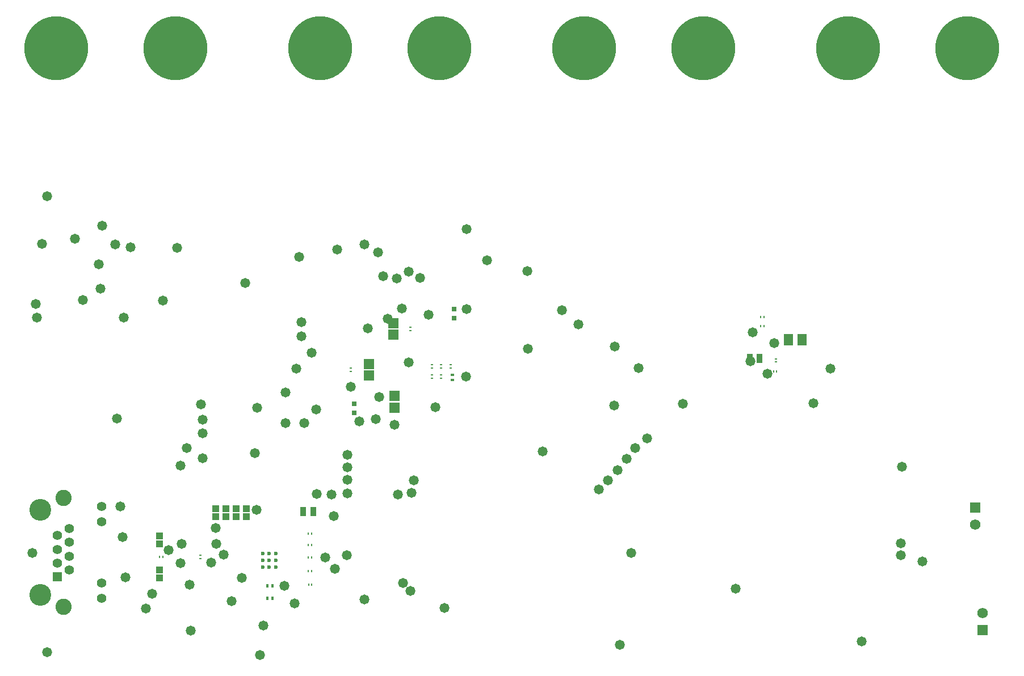
<source format=gbs>
G04*
G04 #@! TF.GenerationSoftware,Altium Limited,Altium Designer,24.1.2 (44)*
G04*
G04 Layer_Color=16711935*
%FSLAX44Y44*%
%MOMM*%
G71*
G04*
G04 #@! TF.SameCoordinates,0A8073CA-4D69-4BD4-B8E1-8B9189CEBFBB*
G04*
G04*
G04 #@! TF.FilePolarity,Negative*
G04*
G01*
G75*
%ADD23R,0.2500X0.3000*%
%ADD35R,0.3000X0.2500*%
%ADD44R,0.4000X0.5000*%
%ADD57R,1.1032X1.0032*%
%ADD66R,1.4032X1.6532*%
%ADD72C,1.5700*%
%ADD73R,1.5700X1.5700*%
%ADD74C,9.5500*%
%ADD75C,1.3900*%
%ADD76R,1.3900X1.3900*%
%ADD77C,2.4200*%
%ADD78C,3.2500*%
%ADD79C,1.4732*%
%ADD80C,0.6000*%
%ADD83R,1.5562X1.5781*%
%ADD84R,0.7000X0.6500*%
%ADD85R,0.5000X0.4000*%
%ADD86R,0.9500X1.3500*%
D23*
X732625Y401320D02*
D03*
X727875D02*
D03*
X732460Y441960D02*
D03*
X727710D02*
D03*
X732460Y461010D02*
D03*
X727710D02*
D03*
X732460Y477520D02*
D03*
X727710D02*
D03*
X732460Y421640D02*
D03*
X727710D02*
D03*
X505625Y443230D02*
D03*
X510375D02*
D03*
X1402410Y801370D02*
D03*
X1407160D02*
D03*
X1402410Y787400D02*
D03*
X1407160D02*
D03*
X1426210Y720090D02*
D03*
X1421460D02*
D03*
D35*
X880110Y785965D02*
D03*
Y781215D02*
D03*
X791210Y720255D02*
D03*
Y725005D02*
D03*
X939800Y725500D02*
D03*
Y730250D02*
D03*
X925830Y725335D02*
D03*
Y730085D02*
D03*
X911860Y725335D02*
D03*
Y730085D02*
D03*
Y714680D02*
D03*
Y709930D02*
D03*
X925830Y715010D02*
D03*
Y710260D02*
D03*
X566420Y445605D02*
D03*
Y440855D02*
D03*
X1424940Y738810D02*
D03*
Y734060D02*
D03*
D44*
X674370Y381000D02*
D03*
X666370D02*
D03*
X674370Y400050D02*
D03*
X666370D02*
D03*
D57*
X635000Y515270D02*
D03*
Y503270D02*
D03*
X619760Y514920D02*
D03*
Y502920D02*
D03*
X604520Y514920D02*
D03*
Y502920D02*
D03*
X589280Y514920D02*
D03*
Y502920D02*
D03*
X505460Y474630D02*
D03*
Y462630D02*
D03*
Y411480D02*
D03*
Y423480D02*
D03*
D66*
X1443990Y767080D02*
D03*
X1463990D02*
D03*
D72*
X1733550Y359410D02*
D03*
X1722120Y491490D02*
D03*
D73*
X1733550Y334010D02*
D03*
X1722120Y516890D02*
D03*
D74*
X923290Y1202690D02*
D03*
X1710690D02*
D03*
X1532890D02*
D03*
X1316990D02*
D03*
X1139190D02*
D03*
X745490D02*
D03*
X529590D02*
D03*
X351790D02*
D03*
D75*
X419450Y403880D02*
D03*
Y380980D02*
D03*
Y495280D02*
D03*
Y518180D02*
D03*
X353450Y474980D02*
D03*
Y454580D02*
D03*
Y434180D02*
D03*
X371250Y485180D02*
D03*
Y464780D02*
D03*
Y444380D02*
D03*
Y423980D02*
D03*
D76*
X353450Y413780D02*
D03*
D77*
X362350Y368280D02*
D03*
Y530880D02*
D03*
D78*
X328050Y386080D02*
D03*
Y513080D02*
D03*
D79*
X628650Y411484D02*
D03*
X537210Y433999D02*
D03*
X612812Y377427D02*
D03*
X550176Y401320D02*
D03*
X538480Y462280D02*
D03*
X519430Y453390D02*
D03*
X601326Y446386D02*
D03*
X590550Y462280D02*
D03*
X582930Y434340D02*
D03*
X494438Y387994D02*
D03*
X753110Y441960D02*
D03*
X732790Y748030D02*
D03*
X867260Y814070D02*
D03*
X845820Y798830D02*
D03*
X811530Y379304D02*
D03*
X655320Y296754D02*
D03*
X316230Y449154D02*
D03*
X337820Y300564D02*
D03*
X441960Y649814D02*
D03*
X828040Y648544D02*
D03*
X833120Y681564D02*
D03*
X916940Y666324D02*
D03*
X816610Y784434D02*
D03*
X906780Y804754D02*
D03*
X877570Y733634D02*
D03*
X713740Y891114D02*
D03*
X994410Y886034D02*
D03*
X1055370Y753954D02*
D03*
X1076960Y600284D02*
D03*
X930910Y366604D02*
D03*
X1192530Y311994D02*
D03*
X1209040Y449154D02*
D03*
X1365250Y395814D02*
D03*
X1553210Y317074D02*
D03*
X1643380Y436454D02*
D03*
X1612900Y577424D02*
D03*
X1386840Y734904D02*
D03*
X1480820Y672674D02*
D03*
X1412240Y716280D02*
D03*
X803270Y645780D02*
D03*
X739140Y662940D02*
D03*
X552450Y332740D02*
D03*
X485140Y365760D02*
D03*
X660400Y340360D02*
D03*
X420370Y937260D02*
D03*
X439420Y909320D02*
D03*
X415290Y880110D02*
D03*
X510540Y825500D02*
D03*
X337820Y981710D02*
D03*
X330200Y910590D02*
D03*
X633730Y852170D02*
D03*
X462280Y905510D02*
D03*
X532130Y904240D02*
D03*
X417830Y843280D02*
D03*
X391160Y826770D02*
D03*
X321310Y820420D02*
D03*
X1054100Y869950D02*
D03*
X963930Y932180D02*
D03*
X770890Y901700D02*
D03*
X546100Y605790D02*
D03*
X567690Y670560D02*
D03*
X570230Y647700D02*
D03*
X569595Y628015D02*
D03*
X570230Y590550D02*
D03*
X537210Y579120D02*
D03*
X1220470Y725170D02*
D03*
X1184910Y756920D02*
D03*
X693420Y688340D02*
D03*
X839470Y862330D02*
D03*
X859790Y858520D02*
D03*
X811530Y909320D02*
D03*
X717550Y793750D02*
D03*
X831850Y897890D02*
D03*
X647700Y598170D02*
D03*
X740410Y537210D02*
D03*
X881380Y538480D02*
D03*
X885190Y557530D02*
D03*
X762000Y536331D02*
D03*
X765810Y504190D02*
D03*
X861060Y535940D02*
D03*
X651550Y665480D02*
D03*
X786130Y557941D02*
D03*
Y537601D02*
D03*
X693420Y642620D02*
D03*
X877570Y868680D02*
D03*
X709930Y723900D02*
D03*
X717550Y772160D02*
D03*
X1183640Y669290D02*
D03*
X1286510Y671830D02*
D03*
X1188720Y572770D02*
D03*
X1174750Y557530D02*
D03*
X1233170Y619760D02*
D03*
X1215390Y605790D02*
D03*
X894080Y859790D02*
D03*
X1130300Y789940D02*
D03*
X1106170Y811530D02*
D03*
X1611630Y445770D02*
D03*
Y463550D02*
D03*
X786130Y576580D02*
D03*
X707390Y373380D02*
D03*
X784860Y445770D02*
D03*
X1160780Y543560D02*
D03*
X880110Y392430D02*
D03*
X868680Y403860D02*
D03*
X855980Y640080D02*
D03*
X786130Y595630D02*
D03*
X721360Y642620D02*
D03*
X1202690Y589280D02*
D03*
X452120Y800100D02*
D03*
X322580D02*
D03*
X379730Y918210D02*
D03*
X650240Y513080D02*
D03*
X962660Y712470D02*
D03*
X791210Y697230D02*
D03*
X963930Y812800D02*
D03*
X767080Y425450D02*
D03*
X1389940Y778510D02*
D03*
X589280Y486410D02*
D03*
X692150Y400050D02*
D03*
X447040Y518160D02*
D03*
X454660Y412750D02*
D03*
X450850Y472440D02*
D03*
X1506220Y723900D02*
D03*
X1422400Y762000D02*
D03*
D80*
X659290Y428150D02*
D03*
Y438150D02*
D03*
Y448150D02*
D03*
X669290Y428150D02*
D03*
Y438150D02*
D03*
Y448150D02*
D03*
X679290Y428150D02*
D03*
Y438150D02*
D03*
Y448150D02*
D03*
D83*
X854710Y791981D02*
D03*
Y774700D02*
D03*
X817880Y713989D02*
D03*
Y731271D02*
D03*
X855980Y665979D02*
D03*
Y683260D02*
D03*
D84*
X796290Y657860D02*
D03*
Y671360D02*
D03*
X944880Y813200D02*
D03*
Y799700D02*
D03*
D85*
X942340Y715010D02*
D03*
Y707010D02*
D03*
D86*
X735210Y510540D02*
D03*
X720210D02*
D03*
X1400810Y739140D02*
D03*
X1385810D02*
D03*
M02*

</source>
